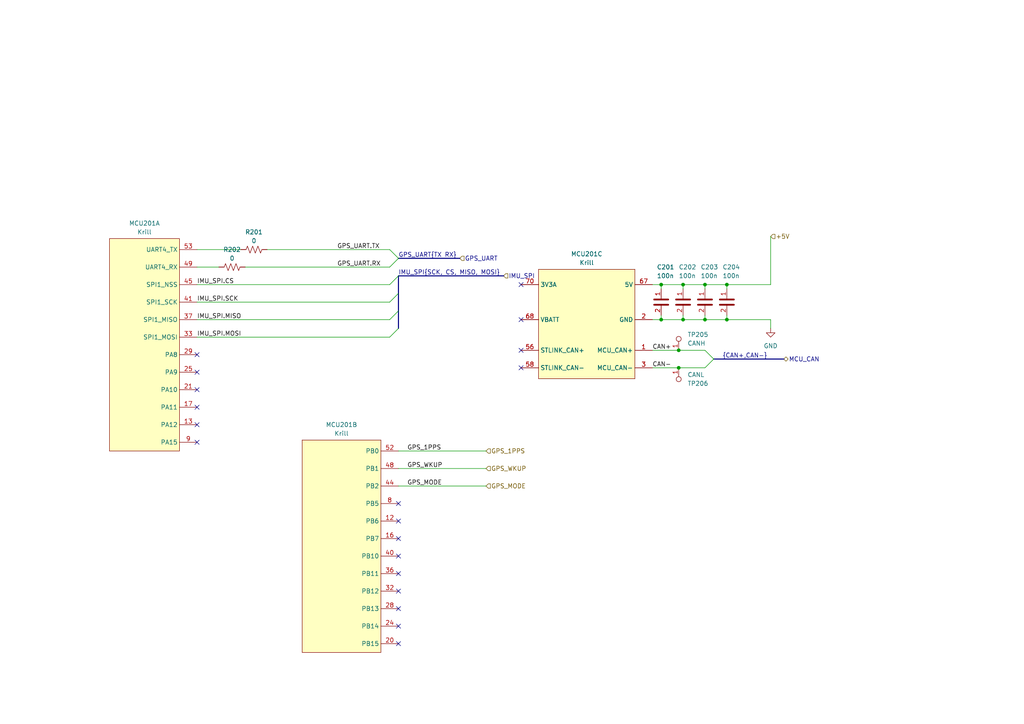
<source format=kicad_sch>
(kicad_sch (version 20250114) (generator "eeschema") (generator_version "9.0")
  (paper "A4")
  (lib_symbols
    (symbol "bfr_capacitors:CL05B104KO5NNNC"
      (property "Reference" "C" (at 0 2.54 0))
      (property "Value" "100n" (at 1.27 2.54 0))
      (symbol "CL05B104KO5NNNC_0_1"
        (polyline (pts (xy -2.032 0.762) (xy 2.032 0.762)) (stroke (width 0.508)))
        (polyline (pts (xy -2.032 -0.762) (xy 2.032 -0.762)) (stroke (width 0.508)))
      )
      (symbol "CL05B104KO5NNNC_1_1"
        (pin passive line (at 0 3.81 270) (length 2.794) (name "~") (number "1"))
        (pin passive line (at 0 -3.81 90) (length 2.794) (name "~") (number "2"))
      )
    )
    (symbol "bfr_microcontrollers:Krill"
      (property "Reference" "MCU" (at 0 20.32 0))
      (property "Value" "Krill" (at 0 17.78 0))
      (symbol "Krill_1_1"
        (rectangle (start -10.16 15.875) (end 10.16 -45.72) (fill (type background)))
        (pin bidirectional line (at 15.24 12.7 180) (length 5.08) (name "PA0") (number "53") (alternate "UART4_TX" bidirectional line))
        (pin bidirectional line (at 15.24 7.62 180) (length 5.08) (name "PA1") (number "49") (alternate "SPI1_SCK" bidirectional line) (alternate "UART4_RX" bidirectional line))
        (pin bidirectional line (at 15.24 2.54 180) (length 5.08) (name "PA4") (number "45") (alternate "SPI1_NSS" bidirectional line))
        (pin bidirectional line (at 15.24 -2.54 180) (length 5.08) (name "PA5") (number "41") (alternate "SPI1_SCK" bidirectional line))
        (pin bidirectional line (at 15.24 -7.62 180) (length 5.08) (name "PA6") (number "37") (alternate "SPI1_MISO" bidirectional line))
        (pin bidirectional line (at 15.24 -12.7 180) (length 5.08) (name "PA7") (number "33") (alternate "SPI1_MOSI" bidirectional line))
        (pin bidirectional line (at 15.24 -17.78 180) (length 5.08) (name "PA8") (number "29"))
        (pin bidirectional line (at 15.24 -22.86 180) (length 5.08) (name "PA9") (number "25"))
        (pin bidirectional line (at 15.24 -27.94 180) (length 5.08) (name "PA10") (number "21"))
        (pin bidirectional line (at 15.24 -33.02 180) (length 5.08) (name "PA11") (number "17") (alternate "SPI1_MISO" bidirectional line))
        (pin bidirectional line (at 15.24 -38.1 180) (length 5.08) (name "PA12") (number "13") (alternate "SPI1_MOSI" bidirectional line))
        (pin bidirectional line (at 15.24 -43.18 180) (length 5.08) (name "PA15") (number "9") (alternate "SPI1_NSS" bidirectional line))
      )
      (symbol "Krill_2_1"
        (rectangle (start -11.43 15.875) (end 11.43 -45.72) (fill (type background)))
        (pin bidirectional line (at 16.51 12.7 180) (length 5.08) (name "PB0") (number "52") (alternate "SPI1_NSS" bidirectional line))
        (pin bidirectional line (at 16.51 7.62 180) (length 5.08) (name "PB1") (number "48"))
        (pin bidirectional line (at 16.51 2.54 180) (length 5.08) (name "PB2") (number "44"))
        (pin bidirectional line (at 16.51 -2.54 180) (length 5.08) (name "PB5") (number "8") (alternate "SPI1_MOSI" bidirectional line))
        (pin bidirectional line (at 16.51 -7.62 180) (length 5.08) (name "PB6") (number "12"))
        (pin bidirectional line (at 16.51 -12.7 180) (length 5.08) (name "PB7") (number "16"))
        (pin bidirectional line (at 16.51 -17.78 180) (length 5.08) (name "PB10") (number "40"))
        (pin bidirectional line (at 16.51 -22.86 180) (length 5.08) (name "PB11") (number "36"))
        (pin bidirectional line (at 16.51 -27.94 180) (length 5.08) (name "PB12") (number "32"))
        (pin bidirectional line (at 16.51 -33.02 180) (length 5.08) (name "PB13") (number "28"))
        (pin bidirectional line (at 16.51 -38.1 180) (length 5.08) (name "PB14") (number "24"))
        (pin bidirectional line (at 16.51 -43.18 180) (length 5.08) (name "PB15") (number "20"))
      )
      (symbol "Krill_3_0"
        (pin bidirectional line (at 19.05 1.27 180) (length 5.08) (hide yes) (name "GND") (number "10"))
        (pin bidirectional line (at 19.05 1.27 180) (length 5.08) (hide yes) (name "GND") (number "11"))
        (pin bidirectional line (at 19.05 1.27 180) (length 5.08) (hide yes) (name "GND") (number "14"))
        (pin bidirectional line (at 19.05 1.27 180) (length 5.08) (hide yes) (name "GND") (number "15"))
        (pin bidirectional line (at 19.05 1.27 180) (length 5.08) (hide yes) (name "GND") (number "18"))
        (pin bidirectional line (at 19.05 1.27 180) (length 5.08) (hide yes) (name "GND") (number "19"))
        (pin bidirectional line (at 19.05 1.27 180) (length 5.08) (hide yes) (name "GND") (number "22"))
        (pin bidirectional line (at 19.05 1.27 180) (length 5.08) (hide yes) (name "GND") (number "23"))
        (pin bidirectional line (at 19.05 1.27 180) (length 5.08) (hide yes) (name "GND") (number "26"))
        (pin bidirectional line (at 19.05 1.27 180) (length 5.08) (hide yes) (name "GND") (number "27"))
        (pin bidirectional line (at 19.05 1.27 180) (length 5.08) (hide yes) (name "GND") (number "30"))
        (pin bidirectional line (at 19.05 1.27 180) (length 5.08) (hide yes) (name "GND") (number "31"))
        (pin bidirectional line (at 19.05 1.27 180) (length 5.08) (hide yes) (name "GND") (number "34"))
        (pin bidirectional line (at 19.05 1.27 180) (length 5.08) (hide yes) (name "GND") (number "35"))
        (pin bidirectional line (at 19.05 1.27 180) (length 5.08) (hide yes) (name "GND") (number "38"))
        (pin bidirectional line (at 19.05 1.27 180) (length 5.08) (hide yes) (name "GND") (number "39"))
        (pin bidirectional line (at 19.05 1.27 180) (length 5.08) (hide yes) (name "GND") (number "4"))
        (pin bidirectional line (at 19.05 1.27 180) (length 5.08) (hide yes) (name "GND") (number "42"))
        (pin bidirectional line (at 19.05 1.27 180) (length 5.08) (hide yes) (name "GND") (number "43"))
        (pin bidirectional line (at 19.05 1.27 180) (length 5.08) (hide yes) (name "GND") (number "46"))
        (pin bidirectional line (at 19.05 1.27 180) (length 5.08) (hide yes) (name "GND") (number "47"))
        (pin bidirectional line (at 19.05 1.27 180) (length 5.08) (hide yes) (name "GND") (number "5"))
        (pin bidirectional line (at 19.05 1.27 180) (length 5.08) (hide yes) (name "GND") (number "50"))
        (pin bidirectional line (at 19.05 1.27 180) (length 5.08) (hide yes) (name "GND") (number "51"))
        (pin bidirectional line (at 19.05 1.27 180) (length 5.08) (hide yes) (name "GND") (number "54"))
        (pin bidirectional line (at 19.05 1.27 180) (length 5.08) (hide yes) (name "GND") (number "55"))
        (pin bidirectional line (at 19.05 1.27 180) (length 5.08) (hide yes) (name "GND") (number "57"))
        (pin bidirectional line (at 19.05 1.27 180) (length 5.08) (hide yes) (name "GND") (number "6"))
        (pin bidirectional line (at 19.05 1.27 180) (length 5.08) (hide yes) (name "GND") (number "7"))
        (pin bidirectional line (at 19.05 1.27 180) (length 5.08) (hide yes) (name "GND") (number "73"))
        (pin bidirectional line (at 19.05 1.27 180) (length 5.08) (hide yes) (name "GND") (number "75"))
      )
      (symbol "Krill_3_1"
        (rectangle (start -13.97 15.875) (end 13.97 -15.875) (fill (type background)))
        (pin input line (at -19.05 11.43 0) (length 5.08) (name "3V3A") (number "70"))
        (pin input line (at -19.05 11.43 0) (length 5.08) (hide yes) (name "3V3A") (number "72"))
        (pin input line (at -19.05 11.43 0) (length 5.08) (hide yes) (name "3V3A") (number "74"))
        (pin input line (at -19.05 1.27 0) (length 5.08) (name "VBATT") (number "68"))
        (pin input line (at -19.05 -7.62 0) (length 5.08) (name "STLINK_CAN+") (number "56"))
        (pin input line (at -19.05 -12.7 0) (length 5.08) (name "STLINK_CAN-") (number "58"))
        (pin input line (at 19.05 11.43 180) (length 5.08) (name "5V") (number "67"))
        (pin input line (at 19.05 11.43 180) (length 5.08) (hide yes) (name "5V") (number "69"))
        (pin input line (at 19.05 11.43 180) (length 5.08) (hide yes) (name "5V") (number "71"))
        (pin bidirectional line (at 19.05 1.27 180) (length 5.08) (name "GND") (number "2"))
        (pin input line (at 19.05 -7.62 180) (length 5.08) (name "MCU_CAN+") (number "1"))
        (pin input line (at 19.05 -12.7 180) (length 5.08) (name "MCU_CAN-") (number "3"))
      )
    )
    (symbol "bfr_resistors:RMCF0603ZT0R00" (pin_numbers (hide yes))
      (property "Reference" "R" (at 0 2.54 0))
      (property "Value" "0" (at 1.27 2.54 0))
      (symbol "RMCF0603ZT0R00_0_1"
        (polyline (pts (xy -2.286 0) (xy -2.54 0)))
        (polyline (pts (xy -2.286 0) (xy -1.905 1.016) (xy -1.524 0) (xy -1.143 -1.016) (xy -0.762 0)))
        (polyline (pts (xy -0.762 0) (xy -0.381 1.016) (xy 0 0) (xy 0.381 -1.016) (xy 0.762 0)))
        (polyline (pts (xy 0.762 0) (xy 1.143 1.016) (xy 1.524 0) (xy 1.905 -1.016) (xy 2.286 0)))
        (polyline (pts (xy 2.286 0) (xy 2.54 0)))
      )
      (symbol "RMCF0603ZT0R00_1_1"
        (pin passive line (at -3.81 0 0) (length 1.27) (name "~") (number "1"))
        (pin passive line (at 3.81 0 180) (length 1.27) (name "~") (number "2"))
      )
    )
    (symbol "bfr_utilities:SMD_Test_Point"
      (property "Value" "SMD Test Point" (at 0.508 2.54 0))
      (symbol "SMD_Test_Point_0_1"
        (circle (center 0 0.762) (radius 0.7184))
      )
      (symbol "SMD_Test_Point_1_1"
        (pin passive line (at 0 -2.54 90) (length 2.54) (name "") (number "1"))
      )
    )
    (symbol "power:GND" (power) (pin_numbers (hide yes)) (pin_names (offset 0) (hide yes))
      (property "Value" "GND" (at 0 -3.81 0))
      (symbol "GND_0_1"
        (polyline (pts (xy 0 0) (xy 0 -1.27) (xy 1.27 -1.27) (xy 0 -2.54) (xy -1.27 -1.27) (xy 0 -1.27)))
      )
      (symbol "GND_1_1"
        (pin power_in line (at 0 0 270) (length 0) (name "~") (number "1"))
      )
    )
  )
  (junction (at 210.82 92.71))
  (junction (at 204.47 82.55))
  (junction (at 210.82 82.55))
  (junction (at 198.12 92.71))
  (junction (at 196.85 101.6))
  (junction (at 204.47 92.71))
  (junction (at 196.85 106.68))
  (junction (at 191.77 92.71))
  (junction (at 198.12 82.55))
  (junction (at 191.77 82.55))
  (no_connect (at 151.13 106.68))
  (no_connect (at 151.13 92.71))
  (no_connect (at 115.57 161.29))
  (no_connect (at 151.13 82.55))
  (no_connect (at 57.15 113.03))
  (no_connect (at 57.15 123.19))
  (no_connect (at 57.15 102.87))
  (no_connect (at 115.57 146.05))
  (no_connect (at 57.15 107.95))
  (no_connect (at 115.57 176.53))
  (no_connect (at 115.57 186.69))
  (no_connect (at 115.57 156.21))
  (no_connect (at 115.57 181.61))
  (no_connect (at 57.15 128.27))
  (no_connect (at 57.15 118.11))
  (no_connect (at 151.13 101.6))
  (no_connect (at 115.57 166.37))
  (no_connect (at 115.57 151.13))
  (no_connect (at 115.57 171.45))
  (bus_entry (at 115.57 85.09) (size -2.54 2.54))
  (bus_entry (at 207.01 104.14) (size -2.54 2.54))
  (bus_entry (at 115.57 80.01) (size -2.54 2.54))
  (bus_entry (at 115.57 95.25) (size -2.54 2.54))
  (bus_entry (at 115.57 90.17) (size -2.54 2.54))
  (bus_entry (at 115.57 74.93) (size -2.54 2.54))
  (bus_entry (at 115.57 74.93) (size -2.54 -2.54))
  (bus_entry (at 207.01 104.14) (size -2.54 -2.54))
  (wire (pts (xy 115.57 135.89) (xy 140.97 135.89)))
  (wire (pts (xy 210.82 82.55) (xy 223.52 82.55)))
  (wire (pts (xy 191.77 82.55) (xy 189.23 82.55)))
  (wire (pts (xy 57.15 92.71) (xy 113.03 92.71)))
  (wire (pts (xy 204.47 82.55) (xy 198.12 82.55)))
  (bus (pts (xy 115.57 90.17) (xy 115.57 95.25)))
  (wire (pts (xy 57.15 97.79) (xy 113.03 97.79)))
  (wire (pts (xy 196.85 106.68) (xy 204.47 106.68)))
  (wire (pts (xy 57.15 72.39) (xy 69.85 72.39)))
  (bus (pts (xy 115.57 74.93) (xy 133.35 74.93)))
  (wire (pts (xy 57.15 82.55) (xy 113.03 82.55)))
  (wire (pts (xy 198.12 82.55) (xy 198.12 83.82)))
  (bus (pts (xy 115.57 80.01) (xy 146.05 80.01)))
  (wire (pts (xy 77.47 72.39) (xy 113.03 72.39)))
  (wire (pts (xy 204.47 82.55) (xy 204.47 83.82)))
  (wire (pts (xy 198.12 92.71) (xy 191.77 92.71)))
  (wire (pts (xy 191.77 82.55) (xy 191.77 83.82)))
  (wire (pts (xy 210.82 82.55) (xy 210.82 83.82)))
  (wire (pts (xy 191.77 92.71) (xy 189.23 92.71)))
  (wire (pts (xy 204.47 92.71) (xy 198.12 92.71)))
  (wire (pts (xy 189.23 101.6) (xy 196.85 101.6)))
  (wire (pts (xy 204.47 91.44) (xy 204.47 92.71)))
  (wire (pts (xy 191.77 91.44) (xy 191.77 92.71)))
  (wire (pts (xy 210.82 92.71) (xy 204.47 92.71)))
  (wire (pts (xy 198.12 82.55) (xy 191.77 82.55)))
  (wire (pts (xy 57.15 87.63) (xy 113.03 87.63)))
  (wire (pts (xy 196.85 101.6) (xy 204.47 101.6)))
  (bus (pts (xy 207.01 104.14) (xy 227.33 104.14)))
  (bus (pts (xy 115.57 80.01) (xy 115.57 85.09)))
  (wire (pts (xy 223.52 68.58) (xy 223.52 82.55)))
  (wire (pts (xy 115.57 140.97) (xy 140.97 140.97)))
  (wire (pts (xy 223.52 95.25) (xy 223.52 92.71)))
  (wire (pts (xy 198.12 91.44) (xy 198.12 92.71)))
  (wire (pts (xy 115.57 130.81) (xy 140.97 130.81)))
  (wire (pts (xy 210.82 91.44) (xy 210.82 92.71)))
  (wire (pts (xy 210.82 92.71) (xy 223.52 92.71)))
  (wire (pts (xy 57.15 77.47) (xy 63.5 77.47)))
  (wire (pts (xy 210.82 82.55) (xy 204.47 82.55)))
  (wire (pts (xy 189.23 106.68) (xy 196.85 106.68)))
  (bus (pts (xy 115.57 85.09) (xy 115.57 90.17)))
  (wire (pts (xy 71.12 77.47) (xy 113.03 77.47)))
  (label "GPS_UART.RX" (at 97.79 77.47 0))
  (label "IMU_SPI{SCK, CS, MISO, MOSI}" (at 115.57 80.01 0))
  (label "{CAN+,CAN-}" (at 209.55 104.14 0))
  (label "GPS_1PPS" (at 118.11 130.81 0))
  (label "CAN-" (at 189.23 106.68 0))
  (label "IMU_SPI.SCK" (at 57.15 87.63 0))
  (label "GPS_MODE" (at 118.11 140.97 0))
  (label "IMU_SPI.MISO" (at 57.15 92.71 0))
  (label "GPS_UART.TX" (at 97.79 72.39 0))
  (label "CAN+" (at 189.23 101.6 0))
  (label "IMU_SPI.MOSI" (at 57.15 97.79 0))
  (label "GPS_UART{TX RX}" (at 115.57 74.93 0))
  (label "IMU_SPI.CS" (at 57.15 82.55 0))
  (label "GPS_WKUP" (at 118.11 135.89 0))
  (hierarchical_label "GPS_WKUP" (shape input) (at 140.97 135.89 0))
  (hierarchical_label "+5V" (shape input) (at 223.52 68.58 0))
  (hierarchical_label "GPS_MODE" (shape input) (at 140.97 140.97 0))
  (hierarchical_label "GPS_UART" (shape input) (at 133.35 74.93 0))
  (hierarchical_label "MCU_CAN" (shape bidirectional) (at 227.33 104.14 0))
  (hierarchical_label "IMU_SPI" (shape input) (at 146.05 80.01 0))
  (hierarchical_label "GPS_1PPS" (shape input) (at 140.97 130.81 0))
  (symbol (lib_id "bfr_capacitors:CL05B104KO5NNNC") (at 198.12 87.63 0) (unit 1)
    (property "Reference" "C202" (at 196.85 77.47 0) (effects (justify left)))
    (property "Value" "100n" (at 196.85 80.01 0) (effects (justify left)))
    (property "Footprint" "Capacitor_SMD:C_0402_1005Metric_Pad0.74x0.62mm_HandSolder" (effects (hide yes)))
    (property "Description" "100nF±10% X7R 16V JLCPCB Basic 0402 Capacitor" (effects (hide yes)))
    (property "Sim.Device" "SUBCKT" (effects (hide yes)))
    (property "Sim.Pins" "1=P1 2=P2" (effects (hide yes)))
    (property "Sim.Library" "${BFRUH_DIR}/Electronics/spice_models/bfr_capacitors/CL05B104KO5NNNC.lib" (effects (hide yes)))
    (property "Sim.Name" "CL05B104KO5NNNC" (effects (hide yes)))
    (property "Pretty Name" "100nF X7R 16V 0402 Capacitor" (effects (hide yes)))
    (property "Order From" "LCSC" (effects (hide yes)))
    (property "LCSC P/N" "C1525" (effects (hide yes)))
    (property "JLCPCB Basic Part" "Yes" (effects (hide yes)))
    (property "Created by" "capacitor_generator.py script using jlcbasic_additional_capacitor_spec.txt" (effects (hide yes)))
  )
  (symbol (lib_id "bfr_microcontrollers:Krill") (at 41.91 85.09 0) (unit 1)
    (property "Reference" "MCU201" (at 41.91 64.77 0))
    (property "Value" "Krill" (at 41.91 67.31 0))
    (property "Footprint" "bfr_connectors:TE_1-2199119-5" (effects (hide yes)))
    (property "Datasheet" "https://www.st.com/resource/en/datasheet/stm32l552cc.pdf" (effects (hide yes)))
    (property "Connector Datasheet" "https://jlcpcb.com/partdetail/TEConnectivity-1_21991195/C574849" (effects (hide yes)))
    (pin "33" (alternate "SPI1_MOSI"))
    (pin "37" (alternate "SPI1_MISO"))
    (pin "41" (alternate "SPI1_SCK"))
    (pin "45" (alternate "SPI1_NSS"))
    (pin "49" (alternate "UART4_RX"))
    (pin "53" (alternate "UART4_TX"))
  )
  (symbol (lib_id "bfr_resistors:RMCF0603ZT0R00") (at 73.66 72.39 0) (unit 1)
    (property "Reference" "R201" (at 73.66 67.31 0))
    (property "Value" "0" (at 73.66 69.85 0))
    (property "Footprint" "Resistor_SMD:R_0603_1608Metric_Pad0.98x0.95mm_HandSolder" (effects (hide yes)))
    (property "Datasheet" "https://www.seielect.com/catalog/sei-rmcf_rmcp.pdf" (effects (hide yes)))
    (property "Description" "0Ω 0603 JLCPCB Basic Resistor" (effects (hide yes)))
    (property "Sim.Device" "SUBCKT" (effects (hide yes)))
    (property "Sim.Pins" "1=P1 2=P2" (effects (hide yes)))
    (property "Sim.Library" "${BFRUH_DIR}/Electronics/spice_models/bfr_resistors/RMCF0603ZT0R00.lib" (effects (hide yes)))
    (property "Sim.Name" "RMCF0603ZT0R00" (effects (hide yes)))
    (property "Pretty Name" "0Ω 0603 Resistor" (effects (hide yes)))
    (property "Order From" "LCSC" (effects (hide yes)))
    (property "Digikey P/N" "RMCF0603ZT0R00CT-ND" (effects (hide yes)))
    (property "Mouser P/N" "708-RMCF0603ZT0R00" (effects (hide yes)))
    (property "LCSC P/N" "C21189" (effects (hide yes)))
    (property "JLCPCB Basic Part" "Yes" (effects (hide yes)))
    (property "Created by" "resistor_generator.py script using e24_resistor_bible_spec.txt" (effects (hide yes)))
  )
  (symbol (lib_id "bfr_capacitors:CL05B104KO5NNNC") (at 210.82 87.63 0) (unit 1)
    (property "Reference" "C204" (at 209.55 77.47 0) (effects (justify left)))
    (property "Value" "100n" (at 209.55 80.01 0) (effects (justify left)))
    (property "Footprint" "Capacitor_SMD:C_0402_1005Metric_Pad0.74x0.62mm_HandSolder" (effects (hide yes)))
    (property "Description" "100nF±10% X7R 16V JLCPCB Basic 0402 Capacitor" (effects (hide yes)))
    (property "Sim.Device" "SUBCKT" (effects (hide yes)))
    (property "Sim.Pins" "1=P1 2=P2" (effects (hide yes)))
    (property "Sim.Library" "${BFRUH_DIR}/Electronics/spice_models/bfr_capacitors/CL05B104KO5NNNC.lib" (effects (hide yes)))
    (property "Sim.Name" "CL05B104KO5NNNC" (effects (hide yes)))
    (property "Pretty Name" "100nF X7R 16V 0402 Capacitor" (effects (hide yes)))
    (property "Order From" "LCSC" (effects (hide yes)))
    (property "LCSC P/N" "C1525" (effects (hide yes)))
    (property "JLCPCB Basic Part" "Yes" (effects (hide yes)))
    (property "Created by" "capacitor_generator.py script using jlcbasic_additional_capacitor_spec.txt" (effects (hide yes)))
  )
  (symbol (lib_id "bfr_microcontrollers:Krill") (at 170.18 93.98 0) (unit 3)
    (property "Reference" "MCU201" (at 170.18 73.66 0))
    (property "Value" "Krill" (at 170.18 76.2 0))
    (property "Footprint" "bfr_connectors:TE_1-2199119-5" (effects (hide yes)))
    (property "Datasheet" "https://www.st.com/resource/en/datasheet/stm32l552cc.pdf" (effects (hide yes)))
    (property "Connector Datasheet" "https://jlcpcb.com/partdetail/TEConnectivity-1_21991195/C574849" (effects (hide yes)))
    (pin "33" (alternate "SPI1_MOSI"))
    (pin "41" (alternate "SPI1_SCK"))
    (pin "45" (alternate "SPI1_NSS"))
    (pin "53" (alternate "UART4_TX"))
    (pin "37" (alternate "SPI1_MISO"))
    (pin "49" (alternate "UART4_RX"))
  )
  (symbol (lib_id "bfr_capacitors:CL05B104KO5NNNC") (at 204.47 87.63 0) (unit 1)
    (property "Reference" "C203" (at 203.2 77.47 0) (effects (justify left)))
    (property "Value" "100n" (at 203.2 80.01 0) (effects (justify left)))
    (property "Footprint" "Capacitor_SMD:C_0402_1005Metric_Pad0.74x0.62mm_HandSolder" (effects (hide yes)))
    (property "Description" "100nF±10% X7R 16V JLCPCB Basic 0402 Capacitor" (effects (hide yes)))
    (property "Sim.Device" "SUBCKT" (effects (hide yes)))
    (property "Sim.Pins" "1=P1 2=P2" (effects (hide yes)))
    (property "Sim.Library" "${BFRUH_DIR}/Electronics/spice_models/bfr_capacitors/CL05B104KO5NNNC.lib" (effects (hide yes)))
    (property "Sim.Name" "CL05B104KO5NNNC" (effects (hide yes)))
    (property "Pretty Name" "100nF X7R 16V 0402 Capacitor" (effects (hide yes)))
    (property "Order From" "LCSC" (effects (hide yes)))
    (property "LCSC P/N" "C1525" (effects (hide yes)))
    (property "JLCPCB Basic Part" "Yes" (effects (hide yes)))
    (property "Created by" "capacitor_generator.py script using jlcbasic_additional_capacitor_spec.txt" (effects (hide yes)))
  )
  (symbol (lib_id "bfr_resistors:RMCF0603ZT0R00") (at 67.31 77.47 0) (unit 1)
    (property "Reference" "R202" (at 67.31 72.39 0))
    (property "Value" "0" (at 67.31 74.93 0))
    (property "Footprint" "Resistor_SMD:R_0603_1608Metric_Pad0.98x0.95mm_HandSolder" (effects (hide yes)))
    (property "Datasheet" "https://www.seielect.com/catalog/sei-rmcf_rmcp.pdf" (effects (hide yes)))
    (property "Description" "0Ω 0603 JLCPCB Basic Resistor" (effects (hide yes)))
    (property "Sim.Device" "SUBCKT" (effects (hide yes)))
    (property "Sim.Pins" "1=P1 2=P2" (effects (hide yes)))
    (property "Sim.Library" "${BFRUH_DIR}/Electronics/spice_models/bfr_resistors/RMCF0603ZT0R00.lib" (effects (hide yes)))
    (property "Sim.Name" "RMCF0603ZT0R00" (effects (hide yes)))
    (property "Pretty Name" "0Ω 0603 Resistor" (effects (hide yes)))
    (property "Order From" "LCSC" (effects (hide yes)))
    (property "Digikey P/N" "RMCF0603ZT0R00CT-ND" (effects (hide yes)))
    (property "Mouser P/N" "708-RMCF0603ZT0R00" (effects (hide yes)))
    (property "LCSC P/N" "C21189" (effects (hide yes)))
    (property "JLCPCB Basic Part" "Yes" (effects (hide yes)))
    (property "Created by" "resistor_generator.py script using e24_resistor_bible_spec.txt" (effects (hide yes)))
  )
  (symbol (lib_id "bfr_utilities:SMD_Test_Point") (at 196.85 109.22 0) (mirror x) (unit 1)
    (property "Reference" "TP206" (at 199.39 111.2303 0) (effects (justify left)))
    (property "Value" "CANL" (at 199.39 108.6903 0) (effects (justify left)))
    (property "Footprint" "bfr_utilities:TestPoint_Keystone_5019_Miniature" (effects (hide yes)))
    (property "Datasheet" "https://wmsc.lcsc.com/wmsc/upload/file/pdf/v2/lcsc/2302201500_ronghe-RH-5019_C5199800.pdf" (effects (hide yes)))
    (property "Description" "SMD Test Point" (effects (hide yes)))
    (property "Manufacturer P/N" "RH-5019" (effects (hide yes)))
    (property "Manufacturer" "ronghe" (effects (hide yes)))
    (property "Digikey P/N" "36-5019CT-ND" (effects (hide yes)))
    (property "Mouser P/N" "534-5019" (effects (hide yes)))
    (property "LCSC P/N" "C5199800" (effects (hide yes)))
    (property "JLC Basic Part" "No" (effects (hide yes)))
    (property "Order From" "LCSC" (effects (hide yes)))
    (property "Created By" "Manual Entry" (effects (hide yes)))
    (property "Pretty Name" "SMD Test Point" (effects (hide yes)))
  )
  (symbol (lib_id "bfr_capacitors:CL05B104KO5NNNC") (at 191.77 87.63 0) (unit 1)
    (property "Reference" "C201" (at 190.5 77.47 0) (effects (justify left)))
    (property "Value" "100n" (at 190.5 80.01 0) (effects (justify left)))
    (property "Footprint" "Capacitor_SMD:C_0402_1005Metric_Pad0.74x0.62mm_HandSolder" (effects (hide yes)))
    (property "Description" "100nF±10% X7R 16V JLCPCB Basic 0402 Capacitor" (effects (hide yes)))
    (property "Sim.Device" "SUBCKT" (effects (hide yes)))
    (property "Sim.Pins" "1=P1 2=P2" (effects (hide yes)))
    (property "Sim.Library" "${BFRUH_DIR}/Electronics/spice_models/bfr_capacitors/CL05B104KO5NNNC.lib" (effects (hide yes)))
    (property "Sim.Name" "CL05B104KO5NNNC" (effects (hide yes)))
    (property "Pretty Name" "100nF X7R 16V 0402 Capacitor" (effects (hide yes)))
    (property "Order From" "LCSC" (effects (hide yes)))
    (property "LCSC P/N" "C1525" (effects (hide yes)))
    (property "JLCPCB Basic Part" "Yes" (effects (hide yes)))
    (property "Created by" "capacitor_generator.py script using jlcbasic_additional_capacitor_spec.txt" (effects (hide yes)))
  )
  (symbol (lib_id "power:GND") (at 223.52 95.25 0) (unit 1)
    (property "Reference" "#PWR0201" (effects (hide yes)))
    (property "Value" "GND" (at 223.52 100.33 0))
    (property "Description" "Power symbol creates a global label with name \"GND\" , ground" (effects (hide yes)))
  )
  (symbol (lib_id "bfr_microcontrollers:Krill") (at 99.06 143.51 0) (unit 2)
    (property "Reference" "MCU201" (at 99.06 123.19 0))
    (property "Value" "Krill" (at 99.06 125.73 0))
    (property "Footprint" "bfr_connectors:TE_1-2199119-5" (effects (hide yes)))
    (property "Datasheet" "https://www.st.com/resource/en/datasheet/stm32l552cc.pdf" (effects (hide yes)))
    (property "Connector Datasheet" "https://jlcpcb.com/partdetail/TEConnectivity-1_21991195/C574849" (effects (hide yes)))
    (pin "33" (alternate "SPI1_MOSI"))
    (pin "37" (alternate "SPI1_MISO"))
    (pin "49" (alternate "UART4_RX"))
    (pin "41" (alternate "SPI1_SCK"))
    (pin "45" (alternate "SPI1_NSS"))
    (pin "53" (alternate "UART4_TX"))
  )
  (symbol (lib_id "bfr_utilities:SMD_Test_Point") (at 196.85 99.06 0) (unit 1)
    (property "Reference" "TP205" (at 199.39 97.0497 0) (effects (justify left)))
    (property "Value" "CANH" (at 199.39 99.5897 0) (effects (justify left)))
    (property "Footprint" "bfr_utilities:TestPoint_Keystone_5019_Miniature" (effects (hide yes)))
    (property "Datasheet" "https://wmsc.lcsc.com/wmsc/upload/file/pdf/v2/lcsc/2302201500_ronghe-RH-5019_C5199800.pdf" (effects (hide yes)))
    (property "Description" "SMD Test Point" (effects (hide yes)))
    (property "Manufacturer P/N" "RH-5019" (effects (hide yes)))
    (property "Manufacturer" "ronghe" (effects (hide yes)))
    (property "Digikey P/N" "36-5019CT-ND" (effects (hide yes)))
    (property "Mouser P/N" "534-5019" (effects (hide yes)))
    (property "LCSC P/N" "C5199800" (effects (hide yes)))
    (property "JLC Basic Part" "No" (effects (hide yes)))
    (property "Order From" "LCSC" (effects (hide yes)))
    (property "Created By" "Manual Entry" (effects (hide yes)))
    (property "Pretty Name" "SMD Test Point" (effects (hide yes)))
  )
)
</source>
